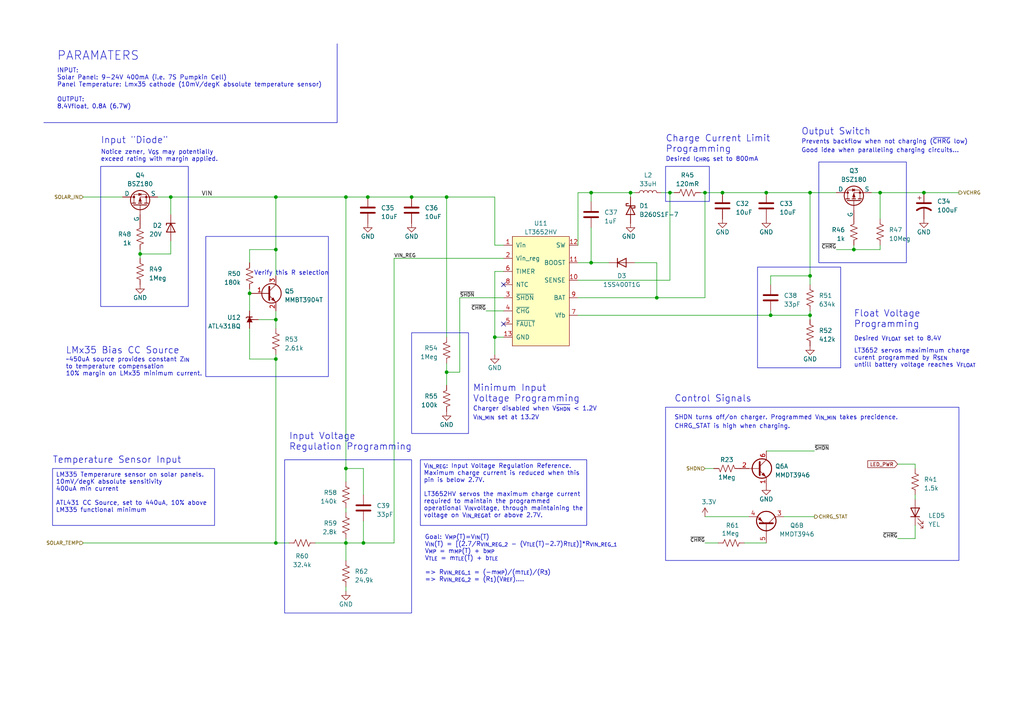
<source format=kicad_sch>
(kicad_sch (version 20230121) (generator eeschema)
  (paper "A4")
  (lib_symbols
    (symbol "Device:C" (pin_numbers hide) (pin_names (offset 0.254))
      (property "Reference" "C" (at 0.635 2.54 0))
      (property "Value" "C" (at 0.635 -2.54 0))
      (symbol "C_0_1"
        (polyline (pts (xy -2.032 -0.762) (xy 2.032 -0.762)) (stroke (width 0.508)))
        (polyline (pts (xy -2.032 0.762) (xy 2.032 0.762)) (stroke (width 0.508)))
      )
      (symbol "C_1_1"
        (pin passive line (at 0 3.81 270) (length 2.794) (name "~") (number "1"))
        (pin passive line (at 0 -3.81 90) (length 2.794) (name "~") (number "2"))
      )
    )
    (symbol "Device:C_Polarized_US" (pin_numbers hide) (pin_names (offset 0.254) hide)
      (property "Reference" "C" (at 0.635 2.54 0))
      (property "Value" "C_Polarized_US" (at 0.635 -2.54 0))
      (symbol "C_Polarized_US_0_1"
        (polyline (pts (xy -2.032 0.762) (xy 2.032 0.762)) (stroke (width 0.508)))
        (polyline (pts (xy -1.778 2.286) (xy -0.762 2.286)))
        (polyline (pts (xy -1.27 1.778) (xy -1.27 2.794)))
        (arc (start 2.032 -1.27) (mid 0 -0.5572) (end -2.032 -1.27) (stroke (width 0.508)))
      )
      (symbol "C_Polarized_US_1_1"
        (pin passive line (at 0 3.81 270) (length 2.794) (name "~") (number "1"))
        (pin passive line (at 0 -3.81 90) (length 3.302) (name "~") (number "2"))
      )
    )
    (symbol "Device:D" (pin_numbers hide) (pin_names (offset 1.016) hide)
      (property "Reference" "D" (at 0 2.54 0))
      (property "Value" "D" (at 0 -2.54 0))
      (symbol "D_0_1"
        (polyline (pts (xy -1.27 1.27) (xy -1.27 -1.27)) (stroke (width 0.254)))
        (polyline (pts (xy 1.27 0) (xy -1.27 0)))
        (polyline (pts (xy 1.27 1.27) (xy 1.27 -1.27) (xy -1.27 0) (xy 1.27 1.27)) (stroke (width 0.254)))
      )
      (symbol "D_1_1"
        (pin passive line (at -3.81 0 0) (length 2.54) (name "K") (number "1"))
        (pin passive line (at 3.81 0 180) (length 2.54) (name "A") (number "2"))
      )
    )
    (symbol "Device:D_Zener" (pin_numbers hide) (pin_names (offset 1.016) hide)
      (property "Reference" "D" (at 0 2.54 0))
      (property "Value" "D_Zener" (at 0 -2.54 0))
      (symbol "D_Zener_0_1"
        (polyline (pts (xy 1.27 0) (xy -1.27 0)))
        (polyline (pts (xy -1.27 -1.27) (xy -1.27 1.27) (xy -0.762 1.27)) (stroke (width 0.254)))
        (polyline (pts (xy 1.27 -1.27) (xy 1.27 1.27) (xy -1.27 0) (xy 1.27 -1.27)) (stroke (width 0.254)))
      )
      (symbol "D_Zener_1_1"
        (pin passive line (at -3.81 0 0) (length 2.54) (name "K") (number "1"))
        (pin passive line (at 3.81 0 180) (length 2.54) (name "A") (number "2"))
      )
    )
    (symbol "Device:L" (pin_numbers hide) (pin_names (offset 1.016) hide)
      (property "Reference" "L" (at -1.27 0 90))
      (property "Value" "L" (at 1.905 0 90))
      (symbol "L_0_1"
        (arc (start 0 -2.54) (mid 0.6323 -1.905) (end 0 -1.27))
        (arc (start 0 -1.27) (mid 0.6323 -0.635) (end 0 0))
        (arc (start 0 0) (mid 0.6323 0.635) (end 0 1.27))
        (arc (start 0 1.27) (mid 0.6323 1.905) (end 0 2.54))
      )
      (symbol "L_1_1"
        (pin passive line (at 0 3.81 270) (length 1.27) (name "1") (number "1"))
        (pin passive line (at 0 -3.81 90) (length 1.27) (name "2") (number "2"))
      )
    )
    (symbol "Device:LED" (pin_numbers hide) (pin_names (offset 1.016) hide)
      (property "Reference" "D" (at 0 2.54 0))
      (property "Value" "LED" (at 0 -2.54 0))
      (symbol "LED_0_1"
        (polyline (pts (xy -1.27 -1.27) (xy -1.27 1.27)) (stroke (width 0.254)))
        (polyline (pts (xy -1.27 0) (xy 1.27 0)))
        (polyline (pts (xy 1.27 -1.27) (xy 1.27 1.27) (xy -1.27 0) (xy 1.27 -1.27)) (stroke (width 0.254)))
        (polyline (pts (xy -3.048 -0.762) (xy -4.572 -2.286) (xy -3.81 -2.286) (xy -4.572 -2.286) (xy -4.572 -1.524)))
        (polyline (pts (xy -1.778 -0.762) (xy -3.302 -2.286) (xy -2.54 -2.286) (xy -3.302 -2.286) (xy -3.302 -1.524)))
      )
      (symbol "LED_1_1"
        (pin passive line (at -3.81 0 0) (length 2.54) (name "K") (number "1"))
        (pin passive line (at 3.81 0 180) (length 2.54) (name "A") (number "2"))
      )
    )
    (symbol "Device:Q_NPN_BEC" (pin_names (offset 0) hide)
      (property "Reference" "Q" (at 5.08 1.27 0))
      (property "Value" "Q_NPN_BEC" (at 5.08 -1.27 0))
      (symbol "Q_NPN_BEC_0_1"
        (polyline (pts (xy 0.635 0.635) (xy 2.54 2.54)))
        (polyline (pts (xy 0.635 -0.635) (xy 2.54 -2.54) (xy 2.54 -2.54)))
        (polyline (pts (xy 0.635 1.905) (xy 0.635 -1.905) (xy 0.635 -1.905)) (stroke (width 0.508)))
        (polyline (pts (xy 1.27 -1.778) (xy 1.778 -1.27) (xy 2.286 -2.286) (xy 1.27 -1.778) (xy 1.27 -1.778)) (fill (type outline)))
        (circle (center 1.27 0) (radius 2.8194) (stroke (width 0.254)))
      )
      (symbol "Q_NPN_BEC_1_1"
        (pin input line (at -5.08 0 0) (length 5.715) (name "B") (number "1"))
        (pin passive line (at 2.54 -5.08 90) (length 2.54) (name "E") (number "2"))
        (pin passive line (at 2.54 5.08 270) (length 2.54) (name "C") (number "3"))
      )
    )
    (symbol "Device:R_US" (pin_numbers hide) (pin_names (offset 0))
      (property "Reference" "R" (at 2.54 0 90))
      (property "Value" "R_US" (at -2.54 0 90))
      (symbol "R_US_0_1"
        (polyline (pts (xy 0 -2.286) (xy 0 -2.54)))
        (polyline (pts (xy 0 2.286) (xy 0 2.54)))
        (polyline (pts (xy 0 -0.762) (xy 1.016 -1.143) (xy 0 -1.524) (xy -1.016 -1.905) (xy 0 -2.286)))
        (polyline (pts (xy 0 0.762) (xy 1.016 0.381) (xy 0 0) (xy -1.016 -0.381) (xy 0 -0.762)))
        (polyline (pts (xy 0 2.286) (xy 1.016 1.905) (xy 0 1.524) (xy -1.016 1.143) (xy 0 0.762)))
      )
      (symbol "R_US_1_1"
        (pin passive line (at 0 3.81 270) (length 1.27) (name "~") (number "1"))
        (pin passive line (at 0 -3.81 90) (length 1.27) (name "~") (number "2"))
      )
    )
    (symbol "SierraLobo:ATL431BQ" (pin_numbers hide) (pin_names hide)
      (property "Reference" "U" (at 0 -2.54 0))
      (property "Value" "ATL431BQ" (at 0 -4.445 0))
      (symbol "ATL431BQ_0_1"
        (polyline (pts (xy -1.27 0) (xy 0 0) (xy 1.27 0)))
        (polyline (pts (xy -0.762 0.762) (xy 0.762 0) (xy -0.762 -0.762)) (fill (type outline)))
        (polyline (pts (xy 0.508 -1.016) (xy 0.762 -0.762) (xy 0.762 0.762) (xy 0.762 0.762)) (stroke (width 0.254)))
      )
      (symbol "ATL431BQ_1_1"
        (polyline (pts (xy 0 1.27) (xy 0 0)))
        (pin passive line (at 2.54 0 180) (length 2.54) (name "K") (number "1"))
        (pin passive line (at 0 2.54 270) (length 2.54) (name "REF") (number "2"))
        (pin passive line (at -2.54 0 0) (length 2.54) (name "A") (number "3"))
      )
    )
    (symbol "SierraLobo:BSZ086" (pin_numbers hide) (pin_names (offset 0))
      (property "Reference" "Q" (at 3.556 0 0))
      (property "Value" "BSZ180P03NS3GATMA1" (at 13.716 -2.032 0))
      (symbol "BSZ086_0_1"
        (circle (center -0.889 0) (radius 2.794) (stroke (width 0.254)))
        (circle (center 0 -1.778) (radius 0.254) (fill (type outline)))
        (polyline (pts (xy -2.286 0) (xy -5.08 0)))
        (polyline (pts (xy -2.286 1.905) (xy -2.286 -1.905)) (stroke (width 0.254)))
        (polyline (pts (xy -1.778 -1.27) (xy -1.778 -2.286)) (stroke (width 0.254)))
        (polyline (pts (xy -1.778 0.508) (xy -1.778 -0.508)) (stroke (width 0.254)))
        (polyline (pts (xy -1.778 2.286) (xy -1.778 1.27)) (stroke (width 0.254)))
        (polyline (pts (xy 0 2.54) (xy 0 1.778)))
        (polyline (pts (xy 0 -2.54) (xy 0 0) (xy -1.778 0)))
        (polyline (pts (xy -1.778 -1.778) (xy 0.762 -1.778) (xy 0.762 1.778) (xy -1.778 1.778)))
        (polyline (pts (xy -0.254 0) (xy -1.27 -0.381) (xy -1.27 0.381) (xy -0.254 0)) (fill (type outline)))
        (polyline (pts (xy 1.143 -0.254) (xy 1.143 -0.254) (xy 0.381 -0.254) (xy 0.381 -0.254)))
        (circle (center 0 1.778) (radius 0.254) (fill (type outline)))
      )
      (symbol "BSZ086_1_1"
        (polyline (pts (xy 0.762 -0.254) (xy 1.143 0.381) (xy 0.381 0.381) (xy 0.762 -0.254)) (fill (type outline)))
        (pin passive line (at 0 -5.08 90) (length 2.54) (name "S") (number "1"))
        (pin input line (at -7.62 0 0) (length 2.54) (name "G") (number "4"))
        (pin passive line (at 0 5.08 270) (length 2.54) (name "D") (number "5"))
      )
    )
    (symbol "SierraLobo:LTC3652HV" (pin_names (offset 1.016))
      (property "Reference" "U" (at 0 3.81 0))
      (property "Value" "LTC3652HV" (at 0 1.27 0))
      (symbol "LTC3652HV_0_1"
        (rectangle (start -8.89 0) (end 7.62 -31.75) (fill (type background)))
      )
      (symbol "LTC3652HV_1_1"
        (pin input line (at -11.43 -2.54 0) (length 2.54) (name "Vin") (number "1"))
        (pin input line (at 10.16 -12.7 180) (length 2.54) (name "SENSE") (number "10"))
        (pin input line (at 10.16 -7.62 180) (length 2.54) (name "BOOST") (number "11"))
        (pin input line (at 10.16 -2.54 180) (length 2.54) (name "SW") (number "12"))
        (pin input line (at -11.43 -29.21 0) (length 2.54) (name "GND") (number "13"))
        (pin input line (at -11.43 -6.35 0) (length 2.54) (name "Vin_reg") (number "2"))
        (pin input line (at -11.43 -17.78 0) (length 2.54) (name "~{SHDN}") (number "3"))
        (pin input line (at -11.43 -21.59 0) (length 2.54) (name "~{CHG}") (number "4"))
        (pin input line (at -11.43 -25.4 0) (length 2.54) (name "~{FAULT}") (number "5"))
        (pin input line (at -11.43 -10.16 0) (length 2.54) (name "TIMER") (number "6"))
        (pin input line (at 10.16 -22.86 180) (length 2.54) (name "Vfb") (number "7"))
        (pin input line (at -11.43 -13.97 0) (length 2.54) (name "NTC") (number "8"))
        (pin input line (at 10.16 -17.78 180) (length 2.54) (name "BAT") (number "9"))
      )
    )
    (symbol "Transistor_BJT:MMDT3946" (pin_names (offset 0) hide)
      (property "Reference" "Q" (at 5.08 1.27 0))
      (property "Value" "MMDT3946" (at 5.08 -1.27 0))
      (symbol "MMDT3946_0_1"
        (polyline (pts (xy 0.635 0) (xy -2.54 0)))
        (circle (center 1.27 0) (radius 2.8194) (stroke (width 0.254)))
        (circle (center 1.27 0) (radius 2.8194) (stroke (width 0.254)))
      )
      (symbol "MMDT3946_1_1"
        (polyline (pts (xy 0.635 0.635) (xy 2.54 2.54)))
        (polyline (pts (xy 0.635 -0.635) (xy 2.54 -2.54) (xy 2.54 -2.54)))
        (polyline (pts (xy 0.635 1.905) (xy 0.635 -1.905) (xy 0.635 -1.905)) (stroke (width 0.508)))
        (polyline (pts (xy 1.27 -1.778) (xy 1.778 -1.27) (xy 2.286 -2.286) (xy 1.27 -1.778) (xy 1.27 -1.778)) (fill (type outline)))
        (pin passive line (at 2.54 -5.08 90) (length 2.54) (name "E1") (number "1"))
        (pin input line (at -5.08 0 0) (length 2.54) (name "B1") (number "2"))
        (pin passive line (at 2.54 5.08 270) (length 2.54) (name "C1") (number "6"))
      )
      (symbol "MMDT3946_2_1"
        (polyline (pts (xy 0.635 0.635) (xy 2.54 2.54)))
        (polyline (pts (xy 0.635 -0.635) (xy 2.54 -2.54) (xy 2.54 -2.54)))
        (polyline (pts (xy 0.635 1.905) (xy 0.635 -1.905) (xy 0.635 -1.905)) (stroke (width 0.508)))
        (polyline (pts (xy 2.286 -1.778) (xy 1.778 -2.286) (xy 1.27 -1.27) (xy 2.286 -1.778) (xy 2.286 -1.778)) (fill (type outline)))
        (pin passive line (at 2.54 5.08 270) (length 2.54) (name "C2") (number "3"))
        (pin passive line (at 2.54 -5.08 90) (length 2.54) (name "E2") (number "4"))
        (pin input line (at -5.08 0 0) (length 2.54) (name "B2") (number "5"))
      )
    )
    (symbol "mainboard-rescue:D_Schottky-Device-mainboard-rescue" (pin_numbers hide) (pin_names (offset 1.016) hide)
      (property "Reference" "D" (at 0 2.54 0))
      (property "Value" "D_Schottky-Device-mainboard-rescue" (at 0 -2.54 0))
      (symbol "D_Schottky-Device-mainboard-rescue_0_1"
        (polyline (pts (xy 1.27 0) (xy -1.27 0)))
        (polyline (pts (xy 1.27 1.27) (xy 1.27 -1.27) (xy -1.27 0) (xy 1.27 1.27)) (stroke (width 0.254)))
        (polyline (pts (xy -1.905 0.635) (xy -1.905 1.27) (xy -1.27 1.27) (xy -1.27 -1.27) (xy -0.635 -1.27) (xy -0.635 -0.635)) (stroke (width 0.254)))
      )
      (symbol "D_Schottky-Device-mainboard-rescue_1_1"
        (pin passive line (at -3.81 0 0) (length 2.54) (name "K") (number "1"))
        (pin passive line (at 3.81 0 180) (length 2.54) (name "A") (number "2"))
      )
    )
    (symbol "mainboard:3.3V" (power) (pin_names (offset 1.016))
      (property "Value" "3.3V" (at -1.016 3.556 0))
      (symbol "3.3V_1_0"
        (polyline (pts (xy 0 2.54) (xy -0.762 1.27)))
        (polyline (pts (xy 0.762 1.27) (xy 0 2.54)))
        (pin power_in line (at 0 0 90) (length 2.54) (name "3.3V") (number "1"))
      )
    )
    (symbol "power:GND" (power) (pin_names (offset 0))
      (property "Value" "GND" (at 0 -3.81 0))
      (symbol "GND_0_1"
        (polyline (pts (xy 0 0) (xy 0 -1.27) (xy 1.27 -1.27) (xy 0 -2.54) (xy -1.27 -1.27) (xy 0 -1.27)))
      )
      (symbol "GND_1_1"
        (pin power_in line (at 0 0 270) (length 0) hide (name "GND") (number "1"))
      )
    )
  )
  (junction (at 171.45 55.88))
  (junction (at 190.5 86.36))
  (junction (at 100.33 57.15))
  (junction (at 105.41 157.48))
  (junction (at 171.45 76.2))
  (junction (at 222.25 55.88))
  (junction (at 209.55 55.88))
  (junction (at 80.01 57.15))
  (junction (at 80.01 92.71))
  (junction (at 204.47 55.88))
  (junction (at 80.01 104.14))
  (junction (at 80.01 72.39))
  (junction (at 247.65 72.39))
  (junction (at 100.33 135.89))
  (junction (at 129.54 107.95))
  (junction (at 106.68 57.15))
  (junction (at 49.53 57.15))
  (junction (at 80.01 157.48))
  (junction (at 129.54 57.15))
  (junction (at 40.64 73.66))
  (junction (at 143.51 97.79))
  (junction (at 194.31 55.88))
  (junction (at 234.95 80.01))
  (junction (at 223.52 91.44))
  (junction (at 234.95 55.88))
  (junction (at 100.33 157.48))
  (junction (at 267.97 55.88))
  (junction (at 255.27 55.88))
  (junction (at 234.95 91.44))
  (junction (at 119.38 57.15))
  (junction (at 182.88 55.88))
  (junction (at 72.39 85.09))
  (no_connect (at 146.05 93.98))
  (no_connect (at 146.05 82.55))
  (wire (pts (xy 167.64 55.88) (xy 171.45 55.88)))
  (wire (pts (xy 129.54 107.95) (xy 129.54 111.76)))
  (wire (pts (xy 265.43 134.62) (xy 265.43 135.89)))
  (wire (pts (xy 49.53 69.85) (xy 49.53 73.66)))
  (wire (pts (xy 49.53 57.15) (xy 80.01 57.15)))
  (wire (pts (xy 247.65 72.39) (xy 255.27 72.39)))
  (wire (pts (xy 204.47 55.88) (xy 209.55 55.88)))
  (wire (pts (xy 234.95 80.01) (xy 234.95 82.55)))
  (wire (pts (xy 267.97 55.88) (xy 278.13 55.88)))
  (wire (pts (xy 143.51 78.74) (xy 146.05 78.74)))
  (wire (pts (xy 143.51 78.74) (xy 143.51 97.79)))
  (wire (pts (xy 167.64 81.28) (xy 194.31 81.28)))
  (wire (pts (xy 194.31 81.28) (xy 194.31 55.88)))
  (wire (pts (xy 234.95 91.44) (xy 234.95 90.17)))
  (wire (pts (xy 114.3 157.48) (xy 114.3 74.93)))
  (wire (pts (xy 234.95 55.88) (xy 242.57 55.88)))
  (wire (pts (xy 80.01 57.15) (xy 100.33 57.15)))
  (wire (pts (xy 191.77 55.88) (xy 194.31 55.88)))
  (wire (pts (xy 260.35 134.62) (xy 265.43 134.62)))
  (wire (pts (xy 72.39 83.82) (xy 72.39 85.09)))
  (wire (pts (xy 119.38 57.15) (xy 129.54 57.15)))
  (wire (pts (xy 204.47 55.88) (xy 203.2 55.88)))
  (wire (pts (xy 215.9 157.48) (xy 222.25 157.48)))
  (wire (pts (xy 247.65 72.39) (xy 247.65 71.12)))
  (wire (pts (xy 129.54 57.15) (xy 143.51 57.15)))
  (polyline (pts (xy 97.79 12.7) (xy 97.79 35.56)))
  (wire (pts (xy 80.01 157.48) (xy 83.82 157.48)))
  (wire (pts (xy 100.33 162.56) (xy 100.33 157.48)))
  (wire (pts (xy 171.45 66.04) (xy 171.45 76.2)))
  (wire (pts (xy 80.01 92.71) (xy 80.01 95.25)))
  (wire (pts (xy 74.93 92.71) (xy 80.01 92.71)))
  (wire (pts (xy 143.51 97.79) (xy 146.05 97.79)))
  (wire (pts (xy 265.43 143.51) (xy 265.43 144.78)))
  (wire (pts (xy 100.33 147.32) (xy 100.33 148.59)))
  (wire (pts (xy 100.33 171.45) (xy 100.33 170.18)))
  (wire (pts (xy 129.54 57.15) (xy 129.54 97.79)))
  (wire (pts (xy 204.47 135.89) (xy 207.01 135.89)))
  (wire (pts (xy 167.64 91.44) (xy 223.52 91.44)))
  (wire (pts (xy 100.33 57.15) (xy 106.68 57.15)))
  (wire (pts (xy 140.97 90.17) (xy 146.05 90.17)))
  (wire (pts (xy 133.35 107.95) (xy 129.54 107.95)))
  (wire (pts (xy 209.55 55.88) (xy 222.25 55.88)))
  (wire (pts (xy 227.33 149.86) (xy 236.22 149.86)))
  (wire (pts (xy 255.27 55.88) (xy 255.27 63.5)))
  (wire (pts (xy 171.45 55.88) (xy 171.45 58.42)))
  (wire (pts (xy 255.27 55.88) (xy 267.97 55.88)))
  (wire (pts (xy 167.64 55.88) (xy 167.64 71.12)))
  (wire (pts (xy 182.88 55.88) (xy 184.15 55.88)))
  (wire (pts (xy 223.52 82.55) (xy 223.52 80.01)))
  (wire (pts (xy 143.51 71.12) (xy 143.51 57.15)))
  (wire (pts (xy 105.41 135.89) (xy 100.33 135.89)))
  (wire (pts (xy 265.43 156.21) (xy 265.43 152.4)))
  (polyline (pts (xy 12.7 35.56) (xy 97.79 35.56)))
  (wire (pts (xy 105.41 157.48) (xy 114.3 157.48)))
  (wire (pts (xy 236.22 130.81) (xy 222.25 130.81)))
  (wire (pts (xy 114.3 74.93) (xy 146.05 74.93)))
  (wire (pts (xy 182.88 57.15) (xy 182.88 55.88)))
  (wire (pts (xy 40.64 72.39) (xy 40.64 73.66)))
  (wire (pts (xy 80.01 90.17) (xy 80.01 92.71)))
  (wire (pts (xy 105.41 143.51) (xy 105.41 135.89)))
  (wire (pts (xy 234.95 91.44) (xy 234.95 92.71)))
  (wire (pts (xy 80.01 104.14) (xy 80.01 102.87)))
  (wire (pts (xy 260.35 156.21) (xy 265.43 156.21)))
  (wire (pts (xy 204.47 55.88) (xy 204.47 86.36)))
  (wire (pts (xy 252.73 55.88) (xy 255.27 55.88)))
  (wire (pts (xy 72.39 72.39) (xy 72.39 76.2)))
  (wire (pts (xy 184.15 76.2) (xy 190.5 76.2)))
  (wire (pts (xy 133.35 86.36) (xy 146.05 86.36)))
  (wire (pts (xy 80.01 72.39) (xy 72.39 72.39)))
  (wire (pts (xy 45.72 57.15) (xy 49.53 57.15)))
  (wire (pts (xy 72.39 95.25) (xy 72.39 104.14)))
  (wire (pts (xy 242.57 72.39) (xy 247.65 72.39)))
  (wire (pts (xy 106.68 57.15) (xy 119.38 57.15)))
  (wire (pts (xy 223.52 80.01) (xy 234.95 80.01)))
  (wire (pts (xy 190.5 76.2) (xy 190.5 86.36)))
  (wire (pts (xy 80.01 57.15) (xy 80.01 72.39)))
  (wire (pts (xy 80.01 104.14) (xy 80.01 157.48)))
  (wire (pts (xy 204.47 149.86) (xy 217.17 149.86)))
  (wire (pts (xy 222.25 55.88) (xy 234.95 55.88)))
  (wire (pts (xy 129.54 105.41) (xy 129.54 107.95)))
  (wire (pts (xy 167.64 86.36) (xy 190.5 86.36)))
  (wire (pts (xy 143.51 71.12) (xy 146.05 71.12)))
  (wire (pts (xy 72.39 104.14) (xy 80.01 104.14)))
  (wire (pts (xy 91.44 157.48) (xy 100.33 157.48)))
  (wire (pts (xy 105.41 151.13) (xy 105.41 157.48)))
  (wire (pts (xy 100.33 57.15) (xy 100.33 135.89)))
  (wire (pts (xy 204.47 157.48) (xy 208.28 157.48)))
  (wire (pts (xy 190.5 86.36) (xy 204.47 86.36)))
  (wire (pts (xy 143.51 97.79) (xy 143.51 102.87)))
  (wire (pts (xy 133.35 86.36) (xy 133.35 107.95)))
  (wire (pts (xy 255.27 71.12) (xy 255.27 72.39)))
  (wire (pts (xy 24.13 57.15) (xy 35.56 57.15)))
  (wire (pts (xy 72.39 85.09) (xy 72.39 90.17)))
  (wire (pts (xy 234.95 55.88) (xy 234.95 80.01)))
  (wire (pts (xy 100.33 156.21) (xy 100.33 157.48)))
  (wire (pts (xy 40.64 73.66) (xy 40.64 74.93)))
  (wire (pts (xy 49.53 57.15) (xy 49.53 62.23)))
  (wire (pts (xy 24.13 157.48) (xy 80.01 157.48)))
  (wire (pts (xy 171.45 76.2) (xy 176.53 76.2)))
  (wire (pts (xy 167.64 76.2) (xy 171.45 76.2)))
  (wire (pts (xy 223.52 91.44) (xy 234.95 91.44)))
  (wire (pts (xy 80.01 80.01) (xy 80.01 72.39)))
  (wire (pts (xy 49.53 73.66) (xy 40.64 73.66)))
  (wire (pts (xy 100.33 135.89) (xy 100.33 139.7)))
  (wire (pts (xy 223.52 90.17) (xy 223.52 91.44)))
  (wire (pts (xy 171.45 55.88) (xy 182.88 55.88)))
  (wire (pts (xy 194.31 55.88) (xy 195.58 55.88)))
  (wire (pts (xy 105.41 157.48) (xy 100.33 157.48)))
  (rectangle (start 82.55 133.35) (end 119.38 177.8))
  (rectangle (start 237.49 46.99) (end 262.89 76.2))
  (rectangle (start 193.04 48.26) (end 205.74 58.42))
  (rectangle (start 119.38 96.52) (end 135.89 125.73))
  (rectangle (start 29.21 48.26) (end 54.61 88.9))
  (rectangle (start 193.04 118.11) (end 278.13 162.56))
  (rectangle (start 219.71 77.47) (end 243.84 106.68))
  (rectangle (start 59.69 68.58) (end 95.25 109.22))
  (text_box "V_{IN_REG}: Input Voltage Regulation Reference. \nMaximum charge current is reduced when this pin is below 2.7V.\n\nLT3652HV servos the maximum charge current required to maintain the programmed operational V_{IN}voltage, through maintaining the voltage on V_{IN_REG}at or above 2.7V." (at 121.92 133.35 0) (size 48.26 19.05) (effects (font (size 1.27 1.27)) (justify left top)))
  (text_box "LM335 Temperarure sensor on solar panels.\n10mV/degK absolute sensitivity\n400uA min current\n\nATL431 CC Source, set to 440uA, 10% above LM335 functional minimum\n" (at 15.24 135.89 0) (size 46.99 16.51) (effects (font (size 1.27 1.27)) (justify left top)))
  (text "Desired V_{FLOAT} set to 8.4V" (at 247.65 99.06 0) (effects (font (size 1.27 1.27)) (justify left bottom)))
  (text "INPUT:\nSolar Panel: 9-24V 400mA (i.e. 7S Pumpkin Cell)\nPanel Temperature: Lmx35 cathode (10mV/degK absolute temperature sensor)\n" (at 16.51 25.4 0) (effects (font (size 1.27 1.27)) (justify left bottom)))
  (text "Input \"Diode\"" (at 29.21 41.91 0) (effects (font (size 1.905 1.905)) (justify left bottom)))
  (text "SHDN turns off/on charger. Programmed V_{IN_MIN} takes precidence." (at 195.58 121.92 0) (effects (font (size 1.27 1.27)) (justify left bottom)))
  (text "Temperature Sensor Input" (at 15.24 134.62 0) (effects (font (size 1.905 1.905)) (justify left bottom)))
  (text "Charger disabled when V_{~{SHDN}} < 1.2V" (at 137.16 119.38 0) (effects (font (size 1.27 1.27)) (justify left bottom)))
  (text "Goal: V_{MP}(T)=V_{IN}(T)\nV_{IN}(T) = [(2.7/R_{VIN_REG_2} - (V_{TLE}(T)-2.7)R_{TLE})]*R_{VIN_REG_1}\nV_{MP} = m_{MP}(T) + b_{MP}\nV_{TLE} = m_{TLE}(T) + b_{TLE}\n\n=> R_{VIN_REG_1} = (-m_{MP})/(m_{TLE})/(R_{3})\n=> R_{VIN_REG_2} = (R_{1})(V_{REF})...." (at 123.19 168.91 0) (effects (font (size 1.27 1.27)) (justify left bottom)))
  (text "Control Signals" (at 195.58 116.84 0) (effects (font (size 1.905 1.905)) (justify left bottom)))
  (text "Notice zener, V_{GS} may potentially \nexceed rating with margin applied." (at 29.21 46.99 0) (effects (font (size 1.27 1.27)) (justify left bottom)))
  (text "LMx35 Bias CC Source" (at 19.05 102.87 0) (effects (font (size 1.905 1.905)) (justify left bottom)))
  (text "LT3652 servos maximimum charge \ncurent programmed by R_{SEN} \nuntill battery voltage reaches V_{FLOAT}" (at 247.65 106.68 0) (effects (font (size 1.27 1.27)) (justify left bottom)))
  (text "Input Voltage \nRegulation Programming" (at 83.82 130.81 0) (effects (font (size 1.905 1.905)) (justify left bottom)))
  (text "PARAMATERS" (at 16.51 17.78 0) (effects (font (size 2.54 2.54)) (justify left bottom)))
  (text "V_{IN_MIN} set at 13.2V" (at 137.16 121.92 0) (effects (font (size 1.27 1.27)) (justify left bottom)))
  (text "Charge Current Limit\nProgramming\n" (at 193.04 44.45 0) (effects (font (size 1.905 1.905)) (justify left bottom)))
  (text "Good idea when paralleling charging circuits...\n" (at 232.41 44.45 0) (effects (font (size 1.27 1.27)) (justify left bottom)))
  (text "Desired I_{CHRG} set to 800mA" (at 193.04 46.99 0) (effects (font (size 1.27 1.27)) (justify left bottom)))
  (text "Verify this R selection" (at 73.66 80.01 0) (effects (font (size 1.27 1.27)) (justify left bottom)))
  (text "CHRG_STAT is high when charging." (at 195.58 124.46 0) (effects (font (size 1.27 1.27)) (justify left bottom)))
  (text "~450uA source provides constant Z_{IN}\nto temperature compensation\n10% margin on LMx35 minimum current." (at 19.05 109.22 0) (effects (font (size 1.27 1.27)) (justify left bottom)))
  (text "OUTPUT:\n8.4Vfloat, 0.8A (6.7W)" (at 16.51 31.75 0) (effects (font (size 1.27 1.27)) (justify left bottom)))
  (text "Float Voltage\nProgramming \n" (at 247.65 95.25 0) (effects (font (size 1.905 1.905)) (justify left bottom)))
  (text "Output Switch" (at 232.41 39.37 0) (effects (font (size 1.905 1.905)) (justify left bottom)))
  (text "Prevents backflow when not charging (~{CHRG} low)" (at 232.41 41.91 0) (effects (font (size 1.27 1.27)) (justify left bottom)))
  (text "Minimum Input \nVoltage Programming" (at 137.16 116.84 0) (effects (font (size 1.905 1.905)) (justify left bottom)))
  (label "VIN_REG" (at 114.3 74.93 0) (effects (font (size 1.016 1.016))))
  (label "~{CHRG}" (at 140.97 90.17 180) (effects (font (size 1.016 1.016))))
  (label "~{CHRG}" (at 260.35 156.21 180) (effects (font (size 1.016 1.016))))
  (label "~{SHDN}" (at 236.22 130.81 0) (effects (font (size 1.016 1.016))))
  (label "~{CHRG}" (at 242.57 72.39 180) (effects (font (size 1.016 1.016))))
  (label "~{SHDN}" (at 133.35 86.36 0) (effects (font (size 1.016 1.016))))
  (label "~{CHRG}" (at 204.47 157.48 180) (effects (font (size 1.016 1.016))))
  (label "VIN" (at 58.42 57.15 0))
  (global_label "LED_PWR" (shape input) (at 260.35 134.62 180) (effects (font (size 1.016 1.016))) (property "Intersheetrefs" "${INTERSHEET_REFS}" (effects hide)))
  (hierarchical_label "CHRG_STAT" (shape output) (at 236.22 149.86 0) (effects (font (size 1.016 1.016))))
  (hierarchical_label "SOLAR_IN" (shape input) (at 24.13 57.15 180) (effects (font (size 1.016 1.016))))
  (hierarchical_label "SOLAR_TEMP" (shape input) (at 24.13 157.48 180) (effects (font (size 1.016 1.016))))
  (hierarchical_label "VCHRG" (shape output) (at 278.13 55.88 0) (effects (font (size 1.016 1.016))))
  (hierarchical_label "SHDN" (shape input) (at 204.47 135.89 180) (effects (font (size 1.016 1.016))))
  (symbol (lib_id "Device:R_US") (at 234.95 86.36 0) (unit 1)
    (property "Reference" "R51" (at 237.49 85.725 0) (effects (justify left)))
    (property "Value" "634k" (at 237.49 88.265 0) (effects (justify left)))
    (property "Footprint" "Resistor_SMD:R_0603_1608Metric" (effects hide))
    (property "Mfr. Part No" "RMCF0603FT634K" (effects hide))
    (property "Manufacturer" "Stackpole Electronics" (effects hide))
    (instances (project "mainboard" (path "" (reference "R51") (unit 1)) (path "" (reference "R69") (unit 1))))
  )
  (symbol (lib_id "Device:LED") (at 265.43 148.59 90) (unit 1)
    (property "Reference" "LED5" (at 269.24 149.5425 90) (effects (justify right)))
    (property "Value" "YEL" (at 269.24 152.0825 90) (effects (justify right)))
    (property "Footprint" "LED_SMD:LED_0402_1005Metric" (effects hide))
    (property "Mfr. Part No" "APHHS1005LSYCK/J3-PF" (effects hide))
    (property "Manufacturer" "Kingbright" (effects hide))
    (instances (project "mainboard" (path "" (reference "LED5") (unit 1)) (path "" (reference "LED3") (unit 1)) (path "" (reference "LED4") (unit 1))))
  )
  (symbol (lib_id "Device:R_US") (at 100.33 143.51 0) (unit 1)
    (property "Reference" "R58" (at 97.79 142.875 0) (effects (justify right)))
    (property "Value" "140k" (at 97.79 145.415 0) (effects (justify right)))
    (property "Footprint" "Resistor_SMD:R_0402_1005Metric" (effects hide))
    (property "Mfr. Part No" "RMCF0402FT140K" (effects hide))
    (property "Manufacturer" "Stackpole Electronics" (effects hide))
    (instances (project "mainboard" (path "" (reference "R58") (unit 1)) (path "" (reference "R76") (unit 1))))
  )
  (symbol (lib_id "Device:R_US") (at 40.64 68.58 0) (mirror y) (unit 1)
    (property "Reference" "R48" (at 38.1 67.945 0) (effects (justify left)))
    (property "Value" "1k" (at 38.1 70.485 0) (effects (justify left)))
    (property "Footprint" "Resistor_SMD:R_0402_1005Metric" (effects hide))
    (property "Manufacturer" "Panasonic" (effects hide))
    (property "Mfr. Part No" "ERJ-2GEJ102X" (effects hide))
    (instances (project "mainboard" (path "" (reference "R48") (unit 1)) (path "" (reference "R66") (unit 1))))
  )
  (symbol (lib_id "Device:C") (at 119.38 60.96 0) (unit 1)
    (property "Reference" "C36" (at 123.19 60.325 0) (effects (justify left)))
    (property "Value" "10uF" (at 123.19 62.865 0) (effects (justify left)))
    (property "Footprint" "Capacitor_SMD:C_1206_3216Metric" (effects hide))
    (property "Mfr. Part No" "CGA5L1X7R1V106M160AE" (effects hide))
    (property "Manufacturer" "TDK" (effects hide))
    (instances (project "mainboard" (path "" (reference "C36") (unit 1)) (path "" (reference "C44") (unit 1))))
  )
  (symbol (lib_id "power:GND") (at 129.54 119.38 0) (unit 1)
    (property "Reference" "#PWR079" (effects hide))
    (property "Value" "GND" (at 129.54 123.19 0))
    (instances (project "mainboard" (path "" (reference "#PWR079") (unit 1)) (path "" (reference "#PWR091") (unit 1))))
  )
  (symbol (lib_id "Device:L") (at 187.96 55.88 270) (mirror x) (unit 1)
    (property "Reference" "L2" (at 187.96 50.8 90))
    (property "Value" "33uH" (at 187.96 53.34 90))
    (property "Footprint" "Inductor_SMD:L_Coilcraft_XAL5050-XXX" (effects hide))
    (property "Mfr. Part No" "XGL5050-333MEC" (effects hide))
    (property "Manufacturer" "Coilcraft" (effects hide))
    (instances (project "mainboard" (path "" (reference "L2") (unit 1)) (path "" (reference "L3") (unit 1))))
  )
  (symbol (lib_id "Device:C") (at 209.55 59.69 0) (unit 1)
    (property "Reference" "C32" (at 213.36 59.055 0) (effects (justify left)))
    (property "Value" "10uF" (at 213.36 61.595 0) (effects (justify left)))
    (property "Footprint" "Capacitor_SMD:C_1206_3216Metric" (effects hide))
    (property "Mfr. Part No" "CGA5L1X7R1V106M160AE" (effects hide))
    (property "Manufacturer" "TDK" (effects hide))
    (instances (project "mainboard" (path "" (reference "C32") (unit 1)) (path "" (reference "C40") (unit 1))))
  )
  (symbol (lib_id "SierraLobo:ATL431BQ") (at 72.39 92.71 270) (mirror x) (unit 1)
    (property "Reference" "U12" (at 69.85 92.075 90) (effects (justify right)))
    (property "Value" "ATL431BQ" (at 69.85 94.615 90) (effects (justify right)))
    (property "Footprint" "Package_TO_SOT_SMD:SOT-23" (effects hide))
    (property "Mfr. Part No" "ATL431BQ" (effects hide))
    (property "Manufacturer" "Texas Instruments" (effects hide))
    (instances (project "mainboard" (path "" (reference "U12") (unit 1)) (path "" (reference "U14") (unit 1))))
  )
  (symbol (lib_id "power:GND") (at 209.55 63.5 0) (unit 1)
    (property "Reference" "#PWR070" (effects hide))
    (property "Value" "GND" (at 209.55 67.31 0))
    (instances (project "mainboard" (path "" (reference "#PWR070") (unit 1)) (path "" (reference "#PWR082") (unit 1))))
  )
  (symbol (lib_id "Device:R_US") (at 40.64 78.74 0) (unit 1)
    (property "Reference" "R49" (at 43.18 78.105 0) (effects (justify left)))
    (property "Value" "1Meg" (at 43.18 80.645 0) (effects (justify left)))
    (property "Footprint" "Resistor_SMD:R_0402_1005Metric" (effects hide))
    (property "Manufacturer" "Stackpole Electronics" (effects hide))
    (property "Mfr. Part No" "RMCF0402FT1M00" (effects hide))
    (instances (project "mainboard" (path "" (reference "R49") (unit 1)) (path "" (reference "R67") (unit 1))))
  )
  (symbol (lib_id "power:GND") (at 40.64 82.55 0) (unit 1)
    (property "Reference" "#PWR076" (effects hide))
    (property "Value" "GND" (at 40.64 86.36 0))
    (instances (project "mainboard" (path "" (reference "#PWR076") (unit 1)) (path "" (reference "#PWR088") (unit 1))))
  )
  (symbol (lib_id "Device:R_US") (at 72.39 80.01 0) (mirror x) (unit 1)
    (property "Reference" "R50" (at 69.85 79.375 0) (effects (justify right)))
    (property "Value" "180k" (at 69.85 81.915 0) (effects (justify right)))
    (property "Footprint" "Resistor_SMD:R_0402_1005Metric" (effects hide))
    (property "Manufacturer" "Stackpole Electronics" (effects hide))
    (property "Mfr. Part No" "RMCF0402FT180K" (effects hide))
    (instances (project "mainboard" (path "" (reference "R50") (unit 1)) (path "" (reference "R68") (unit 1))))
  )
  (symbol (lib_id "power:GND") (at 182.88 64.77 0) (unit 1)
    (property "Reference" "#PWR075" (effects hide))
    (property "Value" "GND" (at 180.34 68.58 0) (effects (justify left)))
    (instances (project "mainboard" (path "" (reference "#PWR075") (unit 1)) (path "" (reference "#PWR087") (unit 1))))
  )
  (symbol (lib_id "Device:R_US") (at 87.63 157.48 90) (unit 1)
    (property "Reference" "R60" (at 87.63 161.29 90))
    (property "Value" "32.4k" (at 87.63 163.83 90))
    (property "Footprint" "Resistor_SMD:R_0402_1005Metric" (effects hide))
    (property "Mfr. Part No" "RMCF0402FT32K4" (effects hide))
    (property "Manufacturer" "Stackpole Electronics" (effects hide))
    (instances (project "mainboard" (path "" (reference "R60") (unit 1)) (path "" (reference "R78") (unit 1))))
  )
  (symbol (lib_id "power:GND") (at 234.95 100.33 0) (unit 1)
    (property "Reference" "#PWR077" (effects hide))
    (property "Value" "GND" (at 234.95 104.14 0))
    (instances (project "mainboard" (path "" (reference "#PWR077") (unit 1)) (path "" (reference "#PWR089") (unit 1))))
  )
  (symbol (lib_id "Device:C") (at 222.25 59.69 0) (unit 1)
    (property "Reference" "C33" (at 226.06 59.055 0) (effects (justify left)))
    (property "Value" "10uF" (at 226.06 61.595 0) (effects (justify left)))
    (property "Footprint" "Capacitor_SMD:C_1206_3216Metric" (effects hide))
    (property "Mfr. Part No" "CGA5L1X7R1V106M160AE" (effects hide))
    (property "Manufacturer" "TDK" (effects hide))
    (instances (project "mainboard" (path "" (reference "C33") (unit 1)) (path "" (reference "C41") (unit 1))))
  )
  (symbol (lib_id "power:GND") (at 100.33 171.45 0) (unit 1)
    (property "Reference" "#PWR081" (effects hide))
    (property "Value" "GND" (at 100.33 175.26 0))
    (instances (project "mainboard" (path "" (reference "#PWR081") (unit 1)) (path "" (reference "#PWR093") (unit 1))))
  )
  (symbol (lib_id "power:GND") (at 119.38 64.77 0) (unit 1)
    (property "Reference" "#PWR074" (effects hide))
    (property "Value" "GND" (at 119.38 68.58 0))
    (instances (project "mainboard" (path "" (reference "#PWR074") (unit 1)) (path "" (reference "#PWR086") (unit 1))))
  )
  (symbol (lib_id "Device:C") (at 171.45 62.23 0) (mirror y) (unit 1)
    (property "Reference" "C37" (at 175.26 61.595 0) (effects (justify right)))
    (property "Value" "1uF" (at 175.26 64.135 0) (effects (justify right)))
    (property "Footprint" "Capacitor_SMD:C_0603_1608Metric" (effects hide))
    (property "Mfr. Part No" "CGA3E1X7R1V105K080AE" (effects hide))
    (property "Manufacturer" "TDK" (effects hide))
    (instances (project "mainboard" (path "" (reference "C37") (unit 1)) (path "" (reference "C45") (unit 1))))
  )
  (symbol (lib_id "Device:R_US") (at 129.54 101.6 0) (mirror y) (unit 1)
    (property "Reference" "R54" (at 127 100.965 0) (effects (justify left)))
    (property "Value" "1Meg" (at 127 103.505 0) (effects (justify left)))
    (property "Footprint" "Resistor_SMD:R_0402_1005Metric" (effects hide))
    (property "Mfr. Part No" "RMCF0402FT1M00" (effects hide))
    (property "Manufacturer" "Stackpole Electronics" (effects hide))
    (instances (project "mainboard" (path "" (reference "R54") (unit 1)) (path "" (reference "R72") (unit 1))))
  )
  (symbol (lib_id "Device:D_Zener") (at 49.53 66.04 90) (mirror x) (unit 1)
    (property "Reference" "D2" (at 46.99 65.405 90) (effects (justify left)))
    (property "Value" "20V" (at 46.99 67.945 90) (effects (justify left)))
    (property "Footprint" "Diode_SMD:D_SOD-523" (effects hide))
    (property "Mfr. Part No" "BZT585B20T-7" (effects hide))
    (property "Manufacturer" "Diodes Incorporated" (effects hide))
    (instances (project "mainboard" (path "" (reference "D2") (unit 1)) (path "" (reference "D5") (unit 1))))
  )
  (symbol (lib_id "power:GND") (at 106.68 64.77 0) (unit 1)
    (property "Reference" "#PWR073" (effects hide))
    (property "Value" "GND" (at 106.68 68.58 0))
    (instances (project "mainboard" (path "" (reference "#PWR073") (unit 1)) (path "" (reference "#PWR085") (unit 1))))
  )
  (symbol (lib_id "Device:R_US") (at 100.33 166.37 0) (unit 1)
    (property "Reference" "R62" (at 102.87 165.735 0) (effects (justify left)))
    (property "Value" "24.9k" (at 102.87 168.275 0) (effects (justify left)))
    (property "Footprint" "Resistor_SMD:R_0402_1005Metric" (effects hide))
    (property "Mfr. Part No" "RMCF0402FT24K9" (effects hide))
    (property "Manufacturer" "Stackpole Electronics" (effects hide))
    (instances (project "mainboard" (path "" (reference "R62") (unit 1)) (path "" (reference "R80") (unit 1))))
  )
  (symbol (lib_id "Device:C") (at 223.52 86.36 0) (unit 1)
    (property "Reference" "C38" (at 227.33 85.725 0) (effects (justify left)))
    (property "Value" "33pF" (at 227.33 88.265 0) (effects (justify left)))
    (property "Footprint" "Capacitor_SMD:C_0402_1005Metric" (effects hide))
    (property "Mfr. Part No" "CGA2B2NP01H330J050BA" (effects hide))
    (property "Manufacturer" "TDK" (effects hide))
    (instances (project "mainboard" (path "" (reference "C38") (unit 1)) (path "" (reference "C46") (unit 1))))
  )
  (symbol (lib_id "Device:C") (at 106.68 60.96 0) (unit 1)
    (property "Reference" "C35" (at 110.49 60.325 0) (effects (justify left)))
    (property "Value" "10uF" (at 110.49 62.865 0) (effects (justify left)))
    (property "Footprint" "Capacitor_SMD:C_1206_3216Metric" (effects hide))
    (property "Mfr. Part No" "CGA5L1X7R1V106M160AE" (effects hide))
    (property "Manufacturer" "TDK" (effects hide))
    (instances (project "mainboard" (path "" (reference "C35") (unit 1)) (path "" (reference "C43") (unit 1))))
  )
  (symbol (lib_id "power:GND") (at 143.51 102.87 0) (unit 1)
    (property "Reference" "#PWR078" (effects hide))
    (property "Value" "GND" (at 143.51 106.68 0))
    (instances (project "mainboard" (path "" (reference "#PWR078") (unit 1)) (path "" (reference "#PWR090") (unit 1))))
  )
  (symbol (lib_id "Device:R_US") (at 210.82 135.89 270) (mirror x) (unit 1)
    (property "Reference" "R23" (at 210.82 133.35 90))
    (property "Value" "1Meg" (at 210.82 138.43 90))
    (property "Footprint" "Resistor_SMD:R_0402_1005Metric" (effects hide))
    (property "Mfr. Part No" "RMCF0402FT1M00" (effects hide))
    (property "Manufacturer" "Stackpole Electronics" (effects hide))
    (instances (project "mainboard" (path "" (reference "R23") (unit 1)) (path "" (reference "R56") (unit 1)) (path "" (reference "R74") (unit 1))))
  )
  (symbol (lib_id "Device:R_US") (at 100.33 152.4 0) (unit 1)
    (property "Reference" "R59" (at 97.79 151.765 0) (effects (justify right)))
    (property "Value" "2.8k" (at 97.79 154.305 0) (effects (justify right)))
    (property "Footprint" "Resistor_SMD:R_0402_1005Metric" (effects hide))
    (property "Mfr. Part No" "RMCF0402FT2K80" (effects hide))
    (property "Manufacturer" "Stackpole Electronics" (effects hide))
    (instances (project "mainboard" (path "" (reference "R59") (unit 1)) (path "" (reference "R77") (unit 1))))
  )
  (symbol (lib_id "SierraLobo:BSZ086") (at 247.65 55.88 90) (unit 1)
    (property "Reference" "Q3" (at 247.65 49.53 90))
    (property "Value" "BSZ180" (at 247.65 52.07 90))
    (property "Footprint" "SierraLobo:PG-TSDSON-8_3.3x3.3mm" (effects hide))
    (property "Datasheet" "https://www.infineon.com/dgdl/Infineon-BSZ180P03NS3_G-DS-v02_01-en.pdf?fileId=db3a304326dfb13001271f04398f4ec1" (effects hide))
    (property "Mfr. Part No" "BSZ180P03NS3GATMA1" (effects hide))
    (property "Manufacturer" "Infineon" (effects hide))
    (instances (project "mainboard" (path "" (reference "Q3") (unit 1)) (path "" (reference "Q7") (unit 1))))
  )
  (symbol (lib_id "power:GND") (at 267.97 63.5 0) (unit 1)
    (property "Reference" "#PWR072" (effects hide))
    (property "Value" "GND" (at 267.97 67.31 0))
    (instances (project "mainboard" (path "" (reference "#PWR072") (unit 1)) (path "" (reference "#PWR084") (unit 1))))
  )
  (symbol (lib_id "Transistor_BJT:MMDT3946") (at 222.25 152.4 270) (mirror x) (unit 2)
    (property "Reference" "Q6" (at 231.14 152.4 90))
    (property "Value" "MMDT3946" (at 231.14 154.94 90))
    (property "Footprint" "Package_TO_SOT_SMD:SOT-363_SC-70-6" (effects hide))
    (property "Datasheet" "http://www.diodes.com/_files/datasheets/ds30123.pdf" (effects hide))
    (property "Mfr. Part No" "MMDT3946-7-F" (effects hide))
    (property "Manufacturer" "Diodes Incorporated" (effects hide))
    (instances (project "mainboard" (path "" (reference "Q6") (unit 2)) (path "" (reference "Q10") (unit 2))))
  )
  (symbol (lib_id "Transistor_BJT:MMDT3946") (at 219.71 135.89 0) (unit 1)
    (property "Reference" "Q6" (at 224.79 135.255 0) (effects (justify left)))
    (property "Value" "MMDT3946" (at 224.79 137.795 0) (effects (justify left)))
    (property "Footprint" "Package_TO_SOT_SMD:SOT-363_SC-70-6" (effects hide))
    (property "Datasheet" "http://www.diodes.com/_files/datasheets/ds30123.pdf" (effects hide))
    (property "Mfr. Part No" "MMDT3946-7-F" (effects hide))
    (property "Manufacturer" "Diodes Incorporated" (effects hide))
    (instances (project "mainboard" (path "" (reference "Q6") (unit 1)) (path "" (reference "Q10") (unit 1))))
  )
  (symbol (lib_id "Device:R_US") (at 129.54 115.57 0) (mirror y) (unit 1)
    (property "Reference" "R55" (at 127 114.935 0) (effects (justify left)))
    (property "Value" "100k" (at 127 117.475 0) (effects (justify left)))
    (property "Footprint" "Resistor_SMD:R_0402_1005Metric" (effects hide))
    (property "Mfr. Part No" "RMCF0402FT100K" (effects hide))
    (property "Manufacturer" "Stackpole Electronics" (effects hide))
    (instances (project "mainboard" (path "" (reference "R55") (unit 1)) (path "" (reference "R73") (unit 1))))
  )
  (symbol (lib_id "mainboard-rescue:D_Schottky-Device-mainboard-rescue") (at 182.88 60.96 90) (mirror x) (unit 1)
    (property "Reference" "D1" (at 185.42 59.69 90) (effects (justify right)))
    (property "Value" "B260S1F-7" (at 185.42 62.23 90) (effects (justify right)))
    (property "Footprint" "Diode_SMD:D_SOD-123F" (effects hide))
    (property "Mfr. Part No" "B260S1F-7" (effects hide))
    (property "Manufacturer" "Diodes Incorporated" (effects hide))
    (instances (project "mainboard" (path "" (reference "D1") (unit 1)) (path "" (reference "D4") (unit 1))))
  )
  (symbol (lib_id "Device:R_US") (at 255.27 67.31 0) (unit 1)
    (property "Reference" "R47" (at 257.81 66.675 0) (effects (justify left)))
    (property "Value" "10Meg" (at 257.81 69.215 0) (effects (justify left)))
    (property "Footprint" "Resistor_SMD:R_0402_1005Metric" (effects hide))
    (property "Manufacturer" "Stackpole Electronics" (effects hide))
    (property "Mfr. Part No" "RMCF0402FT10M0" (effects hide))
    (instances (project "mainboard" (path "" (reference "R47") (unit 1)) (path "" (reference "R65") (unit 1))))
  )
  (symbol (lib_id "SierraLobo:LTC3652HV") (at 157.48 68.58 0) (unit 1)
    (property "Reference" "U11" (at 156.845 64.77 0))
    (property "Value" "LT3652HV" (at 156.845 67.31 0))
    (property "Footprint" "Package_DFN_QFN:DFN-12-1EP_3x3mm_P0.45mm_EP1.66x2.38mm" (effects hide))
    (property "Mfr. Part No" "LT3652HVEDD#PBF" (effects hide))
    (property "Manufacturer" "Analog Devices" (effects hide))
    (instances (project "mainboard" (path "" (reference "U11") (unit 1)) (path "" (reference "U13") (unit 1))))
  )
  (symbol (lib_id "Device:R_US") (at 265.43 139.7 180) (unit 1)
    (property "Reference" "R41" (at 267.97 139.065 0) (effects (justify right)))
    (property "Value" "1.5k" (at 267.97 141.605 0) (effects (justify right)))
    (property "Footprint" "Resistor_SMD:R_0402_1005Metric" (effects hide))
    (property "Mfr. Part No" "RMCF0402FT1K50" (effects hide))
    (property "Manufacturer" "Stackpole Electronics" (effects hide))
    (instances (project "mainboard" (path "" (reference "R41") (unit 1)) (path "" (reference "R57") (unit 1)) (path "" (reference "R75") (unit 1))))
  )
  (symbol (lib_id "Device:C_Polarized_US") (at 267.97 59.69 0) (unit 1)
    (property "Reference" "C34" (at 271.78 58.42 0) (effects (justify left)))
    (property "Value" "100uF" (at 271.78 60.96 0) (effects (justify left)))
    (property "Footprint" "Capacitor_Tantalum_SMD:CP_EIA-7343-20_Kemet-V" (effects hide))
    (property "Mfr. Part No" "TR3D107K020C0080" (effects hide))
    (property "Manufacturer" "Vishay Sprague" (effects hide))
    (instances (project "mainboard" (path "" (reference "C34") (unit 1)) (path "" (reference "C42") (unit 1))))
  )
  (symbol (lib_id "Device:R_US") (at 80.01 99.06 180) (unit 1)
    (property "Reference" "R53" (at 82.55 98.425 0) (effects (justify right)))
    (property "Value" "2.61k" (at 82.55 100.965 0) (effects (justify right)))
    (property "Footprint" "Resistor_SMD:R_0402_1005Metric" (effects hide))
    (property "Manufacturer" "Stackpole Electronics" (effects hide))
    (property "Mfr. Part No" "RMCF0402FT2K61" (effects hide))
    (instances (project "mainboard" (path "" (reference "R53") (unit 1)) (path "" (reference "R71") (unit 1))))
  )
  (symbol (lib_id "Device:R_US") (at 234.95 96.52 0) (unit 1)
    (property "Reference" "R52" (at 237.49 95.885 0) (effects (justify left)))
    (property "Value" "412k" (at 237.49 98.425 0) (effects (justify left)))
    (property "Footprint" "Resistor_SMD:R_0603_1608Metric" (effects hide))
    (property "Mfr. Part No" "RMCF0603FG412R" (effects hide))
    (property "Manufacturer" "Stackpole Electronics" (effects hide))
    (instances (project "mainboard" (path "" (reference "R52") (unit 1)) (path "" (reference "R70") (unit 1))))
  )
  (symbol (lib_id "Device:R_US") (at 247.65 67.31 0) (mirror y) (unit 1)
    (property "Reference" "R46" (at 245.11 66.675 0) (effects (justify left)))
    (property "Value" "1k" (at 245.11 69.215 0) (effects (justify left)))
    (property "Footprint" "Resistor_SMD:R_0402_1005Metric" (effects hide))
    (property "Manufacturer" "Panasonic" (effects hide))
    (property "Mfr. Part No" "ERJ-2GEJ102X" (effects hide))
    (instances (project "mainboard" (path "" (reference "R46") (unit 1)) (path "" (reference "R64") (unit 1))))
  )
  (symbol (lib_id "Device:Q_NPN_BEC") (at 77.47 85.09 0) (unit 1)
    (property "Reference" "Q5" (at 82.55 84.455 0) (effects (justify left)))
    (property "Value" "MMBT3904T" (at 82.55 86.995 0) (effects (justify left)))
    (property "Footprint" "Package_TO_SOT_SMD:SOT-523" (effects hide))
    (property "Datasheet" "https://www.diodes.com/assets/Datasheets/ds30270.pdf" (effects hide))
    (property "Mfr. Part No" "MMBT3904T-7-F" (effects hide))
    (property "Manufacturer" "Diodes Incorporated" (effects hide))
    (instances (project "mainboard" (path "" (reference "Q5") (unit 1)) (path "" (reference "Q9") (unit 1))))
  )
  (symbol (lib_id "Device:R_US") (at 199.39 55.88 270) (unit 1)
    (property "Reference" "R45" (at 199.39 50.8 90))
    (property "Value" "120mR" (at 199.39 53.34 90))
    (property "Footprint" "Resistor_SMD:R_1206_3216Metric" (effects hide))
    (property "Mfr. Part No" "KRL1632E-M-R120-F-T5" (effects hide))
    (property "Manufacturer" "Susumu" (effects hide))
    (instances (project "mainboard" (path "" (reference "R45") (unit 1)) (path "" (reference "R63") (unit 1))))
  )
  (symbol (lib_id "SierraLobo:BSZ086") (at 40.64 57.15 90) (unit 1)
    (property "Reference" "Q4" (at 40.64 50.8 90))
    (property "Value" "BSZ180" (at 40.64 53.34 90))
    (property "Footprint" "SierraLobo:PG-TSDSON-8_3.3x3.3mm" (effects hide))
    (property "Datasheet" "https://www.infineon.com/dgdl/Infineon-BSZ180P03NS3_G-DS-v02_01-en.pdf?fileId=db3a304326dfb13001271f04398f4ec1" (effects hide))
    (property "Mfr. Part No" "BSZ180P03NS3GATMA1" (effects hide))
    (property "Manufacturer" "Infineon" (effects hide))
    (instances (project "mainboard" (path "" (reference "Q4") (unit 1)) (path "" (reference "Q8") (unit 1))))
  )
  (symbol (lib_id "Device:C") (at 105.41 147.32 0) (unit 1)
    (property "Reference" "C39" (at 109.22 146.685 0) (effects (justify left)))
    (property "Value" "33pF" (at 109.22 149.225 0) (effects (justify left)))
    (property "Footprint" "Capacitor_SMD:C_0402_1005Metric" (effects hide))
    (property "Mfr. Part No" "CGA2B2NP01H330J050BA" (effects hide))
    (property "Manufacturer" "TDK" (effects hide))
    (instances (project "mainboard" (path "" (reference "C39") (unit 1)) (path "" (reference "C47") (unit 1))))
  )
  (symbol (lib_id "power:GND") (at 222.25 63.5 0) (unit 1)
    (property "Reference" "#PWR071" (effects hide))
    (property "Value" "GND" (at 222.25 67.31 0))
    (instances (project "mainboard" (path "" (reference "#PWR071") (unit 1)) (path "" (reference "#PWR083") (unit 1))))
  )
  (symbol (lib_id "mainboard:3.3V") (at 204.47 149.86 0) (unit 1)
    (property "Reference" "#SUPPLY022" (effects hide))
    (property "Value" "3.3V" (at 203.454 146.304 0) (effects (justify left bottom)))
    (instances (project "mainboard" (path "" (reference "#SUPPLY022") (unit 1)) (path "" (reference "#SUPPLY043") (unit 1)) (path "" (reference "#SUPPLY032") (unit 1)) (path "" (reference "#SUPPLY033") (unit 1))))
  )
  (symbol (lib_id "Device:R_US") (at 212.09 157.48 90) (unit 1)
    (property "Reference" "R61" (at 214.4186 152.4 90) (effects (justify left)))
    (property "Value" "1Meg" (at 214.4186 154.7114 90) (effects (justify left)))
    (property "Footprint" "Resistor_SMD:R_0402_1005Metric" (effects hide))
    (property "Mfr. Part No" "RMCF0402FT1M00" (effects hide))
    (property "Manufacturer" "Stackpole Electronics" (effects hide))
    (instances (project "mainboard" (path "" (reference "R61") (unit 1)) (path "" (reference "R79") (unit 1))))
  )
  (symbol (lib_id "power:GND") (at 222.25 140.97 0) (unit 1)
    (property "Reference" "#PWR080" (effects hide))
    (property "Value" "GND" (at 222.25 144.78 0))
    (instances (project "mainboard" (path "" (reference "#PWR080") (unit 1)) (path "" (reference "#PWR092") (unit 1))))
  )
  (symbol (lib_id "Device:D") (at 180.34 76.2 0) (unit 1)
    (property "Reference" "D3" (at 180.34 80.01 0))
    (property "Value" "1SS400T1G" (at 180.34 82.55 0))
    (property "Footprint" "Diode_SMD:D_SOD-523" (effects hide))
    (property "Sim.Device" "D" (effects hide))
    (property "Sim.Pins" "1=K 2=A" (effects hide))
    (property "Mfr. Part No" "1SS400T1G" (effects hide))
    (property "Manufacturer" "onsemi" (effects hide))
    (instances (project "mainboard" (path "" (reference "D3") (unit 1)) (path "" (reference "D6") (unit 1))))
  )
)
</source>
